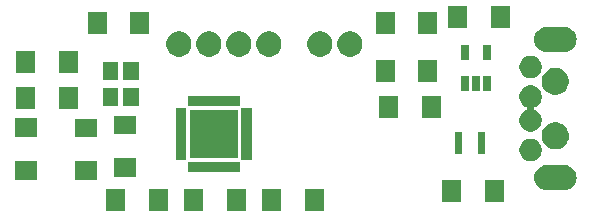
<source format=gts>
G04 #@! TF.GenerationSoftware,KiCad,Pcbnew,5.0.2+dfsg1-1*
G04 #@! TF.CreationDate,2019-08-04T21:32:12-04:00*
G04 #@! TF.ProjectId,rigidkey,72696769-646b-4657-992e-6b696361645f,V01*
G04 #@! TF.SameCoordinates,Original*
G04 #@! TF.FileFunction,Soldermask,Top*
G04 #@! TF.FilePolarity,Negative*
%FSLAX46Y46*%
G04 Gerber Fmt 4.6, Leading zero omitted, Abs format (unit mm)*
G04 Created by KiCad (PCBNEW 5.0.2+dfsg1-1) date Sun 04 Aug 2019 09:32:12 PM EDT*
%MOMM*%
%LPD*%
G01*
G04 APERTURE LIST*
%ADD10C,0.100000*%
G04 APERTURE END LIST*
D10*
G36*
X138700800Y-126172800D02*
X137099200Y-126172800D01*
X137099200Y-124271200D01*
X138700800Y-124271200D01*
X138700800Y-126172800D01*
X138700800Y-126172800D01*
G37*
G36*
X142300800Y-126172800D02*
X140699200Y-126172800D01*
X140699200Y-124271200D01*
X142300800Y-124271200D01*
X142300800Y-126172800D01*
X142300800Y-126172800D01*
G37*
G36*
X132096800Y-126172800D02*
X130495200Y-126172800D01*
X130495200Y-124271200D01*
X132096800Y-124271200D01*
X132096800Y-126172800D01*
X132096800Y-126172800D01*
G37*
G36*
X135696800Y-126172800D02*
X134095200Y-126172800D01*
X134095200Y-124271200D01*
X135696800Y-124271200D01*
X135696800Y-126172800D01*
X135696800Y-126172800D01*
G37*
G36*
X125492800Y-126172800D02*
X123891200Y-126172800D01*
X123891200Y-124271200D01*
X125492800Y-124271200D01*
X125492800Y-126172800D01*
X125492800Y-126172800D01*
G37*
G36*
X129092800Y-126172800D02*
X127491200Y-126172800D01*
X127491200Y-124271200D01*
X129092800Y-124271200D01*
X129092800Y-126172800D01*
X129092800Y-126172800D01*
G37*
G36*
X153940800Y-125410800D02*
X152339200Y-125410800D01*
X152339200Y-123509200D01*
X153940800Y-123509200D01*
X153940800Y-125410800D01*
X153940800Y-125410800D01*
G37*
G36*
X157540800Y-125410800D02*
X155939200Y-125410800D01*
X155939200Y-123509200D01*
X157540800Y-123509200D01*
X157540800Y-125410800D01*
X157540800Y-125410800D01*
G37*
G36*
X162880991Y-122289404D02*
X163079070Y-122349490D01*
X163176645Y-122401646D01*
X163261618Y-122447065D01*
X163261620Y-122447066D01*
X163261619Y-122447066D01*
X163421623Y-122578377D01*
X163552934Y-122738381D01*
X163650510Y-122920930D01*
X163710596Y-123119009D01*
X163730884Y-123325000D01*
X163710596Y-123530991D01*
X163650510Y-123729070D01*
X163598354Y-123826645D01*
X163552935Y-123911618D01*
X163421623Y-124071623D01*
X163261618Y-124202935D01*
X163176645Y-124248354D01*
X163079070Y-124300510D01*
X162880991Y-124360596D01*
X162726621Y-124375800D01*
X161123379Y-124375800D01*
X160969009Y-124360596D01*
X160770930Y-124300510D01*
X160673355Y-124248354D01*
X160588382Y-124202935D01*
X160428377Y-124071623D01*
X160297065Y-123911618D01*
X160251646Y-123826645D01*
X160199490Y-123729070D01*
X160139404Y-123530991D01*
X160119116Y-123325000D01*
X160139404Y-123119009D01*
X160199490Y-122920930D01*
X160297066Y-122738381D01*
X160428377Y-122578377D01*
X160588381Y-122447066D01*
X160588380Y-122447066D01*
X160588382Y-122447065D01*
X160673355Y-122401646D01*
X160770930Y-122349490D01*
X160969009Y-122289404D01*
X161123379Y-122274200D01*
X162726621Y-122274200D01*
X162880991Y-122289404D01*
X162880991Y-122289404D01*
G37*
G36*
X123124800Y-123526800D02*
X121223200Y-123526800D01*
X121223200Y-121925200D01*
X123124800Y-121925200D01*
X123124800Y-123526800D01*
X123124800Y-123526800D01*
G37*
G36*
X118044800Y-123504800D02*
X116143200Y-123504800D01*
X116143200Y-121903200D01*
X118044800Y-121903200D01*
X118044800Y-123504800D01*
X118044800Y-123504800D01*
G37*
G36*
X126426800Y-123272800D02*
X124525200Y-123272800D01*
X124525200Y-121671200D01*
X126426800Y-121671200D01*
X126426800Y-123272800D01*
X126426800Y-123272800D01*
G37*
G36*
X135196580Y-122835670D02*
X130792220Y-122835670D01*
X130792220Y-121984770D01*
X135196580Y-121984770D01*
X135196580Y-122835670D01*
X135196580Y-122835670D01*
G37*
G36*
X160102338Y-120060738D02*
X160275373Y-120132412D01*
X160431100Y-120236465D01*
X160563535Y-120368900D01*
X160667588Y-120524627D01*
X160739262Y-120697662D01*
X160775800Y-120881354D01*
X160775800Y-121068646D01*
X160739262Y-121252338D01*
X160667588Y-121425373D01*
X160563535Y-121581100D01*
X160431100Y-121713535D01*
X160275373Y-121817588D01*
X160102338Y-121889262D01*
X159918646Y-121925800D01*
X159731354Y-121925800D01*
X159547662Y-121889262D01*
X159374627Y-121817588D01*
X159218900Y-121713535D01*
X159086465Y-121581100D01*
X158982412Y-121425373D01*
X158910738Y-121252338D01*
X158874200Y-121068646D01*
X158874200Y-120881354D01*
X158910738Y-120697662D01*
X158982412Y-120524627D01*
X159086465Y-120368900D01*
X159218900Y-120236465D01*
X159374627Y-120132412D01*
X159547662Y-120060738D01*
X159731354Y-120024200D01*
X159918646Y-120024200D01*
X160102338Y-120060738D01*
X160102338Y-120060738D01*
G37*
G36*
X130643630Y-121836180D02*
X129792730Y-121836180D01*
X129792730Y-117431820D01*
X130643630Y-117431820D01*
X130643630Y-121836180D01*
X130643630Y-121836180D01*
G37*
G36*
X136196070Y-121836180D02*
X135345170Y-121836180D01*
X135345170Y-117431820D01*
X136196070Y-117431820D01*
X136196070Y-121836180D01*
X136196070Y-121836180D01*
G37*
G36*
X135039100Y-121678700D02*
X130949700Y-121678700D01*
X130949700Y-117589300D01*
X135039100Y-117589300D01*
X135039100Y-121678700D01*
X135039100Y-121678700D01*
G37*
G36*
X155936950Y-121296430D02*
X155334970Y-121296430D01*
X155334970Y-119495570D01*
X155936950Y-119495570D01*
X155936950Y-121296430D01*
X155936950Y-121296430D01*
G37*
G36*
X154037030Y-121296430D02*
X153435050Y-121296430D01*
X153435050Y-119495570D01*
X154037030Y-119495570D01*
X154037030Y-121296430D01*
X154037030Y-121296430D01*
G37*
G36*
X162260673Y-118668424D02*
X162260675Y-118668425D01*
X162260676Y-118668425D01*
X162470108Y-118755174D01*
X162470109Y-118755175D01*
X162658595Y-118881117D01*
X162818883Y-119041405D01*
X162818885Y-119041408D01*
X162944826Y-119229892D01*
X163025973Y-119425800D01*
X163031576Y-119439327D01*
X163075800Y-119661655D01*
X163075800Y-119888345D01*
X163041509Y-120060739D01*
X163031575Y-120110676D01*
X162944826Y-120320108D01*
X162912224Y-120368900D01*
X162818883Y-120508595D01*
X162658595Y-120668883D01*
X162658592Y-120668885D01*
X162470108Y-120794826D01*
X162260676Y-120881575D01*
X162260675Y-120881575D01*
X162260673Y-120881576D01*
X162038345Y-120925800D01*
X161811655Y-120925800D01*
X161589327Y-120881576D01*
X161589325Y-120881575D01*
X161589324Y-120881575D01*
X161379892Y-120794826D01*
X161191408Y-120668885D01*
X161191405Y-120668883D01*
X161031117Y-120508595D01*
X160937776Y-120368900D01*
X160905174Y-120320108D01*
X160818425Y-120110676D01*
X160808492Y-120060739D01*
X160774200Y-119888345D01*
X160774200Y-119661655D01*
X160818424Y-119439327D01*
X160824027Y-119425800D01*
X160905174Y-119229892D01*
X161031115Y-119041408D01*
X161031117Y-119041405D01*
X161191405Y-118881117D01*
X161379891Y-118755175D01*
X161379892Y-118755174D01*
X161589324Y-118668425D01*
X161589325Y-118668425D01*
X161589327Y-118668424D01*
X161811655Y-118624200D01*
X162038345Y-118624200D01*
X162260673Y-118668424D01*
X162260673Y-118668424D01*
G37*
G36*
X123124800Y-119926800D02*
X121223200Y-119926800D01*
X121223200Y-118325200D01*
X123124800Y-118325200D01*
X123124800Y-119926800D01*
X123124800Y-119926800D01*
G37*
G36*
X118044800Y-119904800D02*
X116143200Y-119904800D01*
X116143200Y-118303200D01*
X118044800Y-118303200D01*
X118044800Y-119904800D01*
X118044800Y-119904800D01*
G37*
G36*
X126426800Y-119672800D02*
X124525200Y-119672800D01*
X124525200Y-118071200D01*
X126426800Y-118071200D01*
X126426800Y-119672800D01*
X126426800Y-119672800D01*
G37*
G36*
X160102338Y-115560738D02*
X160275373Y-115632412D01*
X160431100Y-115736465D01*
X160563535Y-115868900D01*
X160667588Y-116024627D01*
X160739262Y-116197662D01*
X160775800Y-116381354D01*
X160775800Y-116568646D01*
X160739262Y-116752338D01*
X160667588Y-116925373D01*
X160563535Y-117081100D01*
X160431100Y-117213535D01*
X160275373Y-117317588D01*
X160174139Y-117359521D01*
X160152540Y-117371066D01*
X160133598Y-117386612D01*
X160118052Y-117405554D01*
X160106501Y-117427165D01*
X160099388Y-117450614D01*
X160096986Y-117475000D01*
X160099388Y-117499386D01*
X160106501Y-117522836D01*
X160118052Y-117544446D01*
X160133598Y-117563388D01*
X160152540Y-117578934D01*
X160174139Y-117590479D01*
X160275373Y-117632412D01*
X160431100Y-117736465D01*
X160563535Y-117868900D01*
X160667588Y-118024627D01*
X160739262Y-118197662D01*
X160775800Y-118381354D01*
X160775800Y-118568646D01*
X160739262Y-118752338D01*
X160667588Y-118925373D01*
X160563535Y-119081100D01*
X160431100Y-119213535D01*
X160275373Y-119317588D01*
X160102338Y-119389262D01*
X159918646Y-119425800D01*
X159731354Y-119425800D01*
X159547662Y-119389262D01*
X159374627Y-119317588D01*
X159218900Y-119213535D01*
X159086465Y-119081100D01*
X158982412Y-118925373D01*
X158910738Y-118752338D01*
X158874200Y-118568646D01*
X158874200Y-118381354D01*
X158910738Y-118197662D01*
X158982412Y-118024627D01*
X159086465Y-117868900D01*
X159218900Y-117736465D01*
X159374627Y-117632412D01*
X159475861Y-117590479D01*
X159497460Y-117578934D01*
X159516402Y-117563388D01*
X159531948Y-117544446D01*
X159543499Y-117522835D01*
X159550612Y-117499386D01*
X159553014Y-117475000D01*
X159550612Y-117450614D01*
X159543499Y-117427164D01*
X159531948Y-117405554D01*
X159516402Y-117386612D01*
X159497460Y-117371066D01*
X159475861Y-117359521D01*
X159374627Y-117317588D01*
X159218900Y-117213535D01*
X159086465Y-117081100D01*
X158982412Y-116925373D01*
X158910738Y-116752338D01*
X158874200Y-116568646D01*
X158874200Y-116381354D01*
X158910738Y-116197662D01*
X158982412Y-116024627D01*
X159086465Y-115868900D01*
X159218900Y-115736465D01*
X159374627Y-115632412D01*
X159547662Y-115560738D01*
X159731354Y-115524200D01*
X159918646Y-115524200D01*
X160102338Y-115560738D01*
X160102338Y-115560738D01*
G37*
G36*
X148606800Y-118298800D02*
X147005200Y-118298800D01*
X147005200Y-116397200D01*
X148606800Y-116397200D01*
X148606800Y-118298800D01*
X148606800Y-118298800D01*
G37*
G36*
X152206800Y-118298800D02*
X150605200Y-118298800D01*
X150605200Y-116397200D01*
X152206800Y-116397200D01*
X152206800Y-118298800D01*
X152206800Y-118298800D01*
G37*
G36*
X121472800Y-117536800D02*
X119871200Y-117536800D01*
X119871200Y-115635200D01*
X121472800Y-115635200D01*
X121472800Y-117536800D01*
X121472800Y-117536800D01*
G37*
G36*
X117872800Y-117536800D02*
X116271200Y-117536800D01*
X116271200Y-115635200D01*
X117872800Y-115635200D01*
X117872800Y-117536800D01*
X117872800Y-117536800D01*
G37*
G36*
X135196580Y-117283230D02*
X130792220Y-117283230D01*
X130792220Y-116432330D01*
X135196580Y-116432330D01*
X135196580Y-117283230D01*
X135196580Y-117283230D01*
G37*
G36*
X126631085Y-117224068D02*
X125335685Y-117224068D01*
X125335685Y-115725468D01*
X126631085Y-115725468D01*
X126631085Y-117224068D01*
X126631085Y-117224068D01*
G37*
G36*
X124929285Y-117224068D02*
X123633885Y-117224068D01*
X123633885Y-115725468D01*
X124929285Y-115725468D01*
X124929285Y-117224068D01*
X124929285Y-117224068D01*
G37*
G36*
X162260673Y-114068424D02*
X162260675Y-114068425D01*
X162260676Y-114068425D01*
X162470108Y-114155174D01*
X162470109Y-114155175D01*
X162658595Y-114281117D01*
X162818883Y-114441405D01*
X162818885Y-114441408D01*
X162944826Y-114629892D01*
X163031575Y-114839324D01*
X163031576Y-114839327D01*
X163068395Y-115024428D01*
X163075800Y-115061656D01*
X163075800Y-115288344D01*
X163031575Y-115510676D01*
X162944826Y-115720108D01*
X162845408Y-115868898D01*
X162818883Y-115908595D01*
X162658595Y-116068883D01*
X162658592Y-116068885D01*
X162470108Y-116194826D01*
X162260676Y-116281575D01*
X162260675Y-116281575D01*
X162260673Y-116281576D01*
X162038345Y-116325800D01*
X161811655Y-116325800D01*
X161589327Y-116281576D01*
X161589325Y-116281575D01*
X161589324Y-116281575D01*
X161379892Y-116194826D01*
X161191408Y-116068885D01*
X161191405Y-116068883D01*
X161031117Y-115908595D01*
X161004592Y-115868898D01*
X160905174Y-115720108D01*
X160818425Y-115510676D01*
X160774200Y-115288344D01*
X160774200Y-115061656D01*
X160781605Y-115024428D01*
X160818424Y-114839327D01*
X160818425Y-114839324D01*
X160905174Y-114629892D01*
X161031115Y-114441408D01*
X161031117Y-114441405D01*
X161191405Y-114281117D01*
X161379891Y-114155175D01*
X161379892Y-114155174D01*
X161589324Y-114068425D01*
X161589325Y-114068425D01*
X161589327Y-114068424D01*
X161811655Y-114024200D01*
X162038345Y-114024200D01*
X162260673Y-114068424D01*
X162260673Y-114068424D01*
G37*
G36*
X154569160Y-115994180D02*
X153918920Y-115994180D01*
X153918920Y-114693700D01*
X154569160Y-114693700D01*
X154569160Y-115994180D01*
X154569160Y-115994180D01*
G37*
G36*
X155519120Y-115994180D02*
X154868880Y-115994180D01*
X154868880Y-114693700D01*
X155519120Y-114693700D01*
X155519120Y-115994180D01*
X155519120Y-115994180D01*
G37*
G36*
X156469080Y-115994180D02*
X155818840Y-115994180D01*
X155818840Y-114693700D01*
X156469080Y-114693700D01*
X156469080Y-115994180D01*
X156469080Y-115994180D01*
G37*
G36*
X151930800Y-115250800D02*
X150329200Y-115250800D01*
X150329200Y-113349200D01*
X151930800Y-113349200D01*
X151930800Y-115250800D01*
X151930800Y-115250800D01*
G37*
G36*
X148330800Y-115250800D02*
X146729200Y-115250800D01*
X146729200Y-113349200D01*
X148330800Y-113349200D01*
X148330800Y-115250800D01*
X148330800Y-115250800D01*
G37*
G36*
X126631085Y-115024428D02*
X125335685Y-115024428D01*
X125335685Y-113525828D01*
X126631085Y-113525828D01*
X126631085Y-115024428D01*
X126631085Y-115024428D01*
G37*
G36*
X124929285Y-115024428D02*
X123633885Y-115024428D01*
X123633885Y-113525828D01*
X124929285Y-113525828D01*
X124929285Y-115024428D01*
X124929285Y-115024428D01*
G37*
G36*
X160102338Y-113060738D02*
X160275373Y-113132412D01*
X160431100Y-113236465D01*
X160563535Y-113368900D01*
X160667588Y-113524627D01*
X160739262Y-113697662D01*
X160775800Y-113881354D01*
X160775800Y-114068646D01*
X160739262Y-114252338D01*
X160667588Y-114425373D01*
X160563535Y-114581100D01*
X160431100Y-114713535D01*
X160275373Y-114817588D01*
X160102338Y-114889262D01*
X159918646Y-114925800D01*
X159731354Y-114925800D01*
X159547662Y-114889262D01*
X159374627Y-114817588D01*
X159218900Y-114713535D01*
X159086465Y-114581100D01*
X158982412Y-114425373D01*
X158910738Y-114252338D01*
X158874200Y-114068646D01*
X158874200Y-113881354D01*
X158910738Y-113697662D01*
X158982412Y-113524627D01*
X159086465Y-113368900D01*
X159218900Y-113236465D01*
X159374627Y-113132412D01*
X159547662Y-113060738D01*
X159731354Y-113024200D01*
X159918646Y-113024200D01*
X160102338Y-113060738D01*
X160102338Y-113060738D01*
G37*
G36*
X121472800Y-114488800D02*
X119871200Y-114488800D01*
X119871200Y-112587200D01*
X121472800Y-112587200D01*
X121472800Y-114488800D01*
X121472800Y-114488800D01*
G37*
G36*
X117872800Y-114488800D02*
X116271200Y-114488800D01*
X116271200Y-112587200D01*
X117872800Y-112587200D01*
X117872800Y-114488800D01*
X117872800Y-114488800D01*
G37*
G36*
X156469080Y-113398300D02*
X155818840Y-113398300D01*
X155818840Y-112097820D01*
X156469080Y-112097820D01*
X156469080Y-113398300D01*
X156469080Y-113398300D01*
G37*
G36*
X154569120Y-113396240D02*
X153918880Y-113396240D01*
X153918880Y-112095760D01*
X154569120Y-112095760D01*
X154569120Y-113396240D01*
X154569120Y-113396240D01*
G37*
G36*
X132897424Y-110993965D02*
X133090476Y-111073930D01*
X133264224Y-111190025D01*
X133411975Y-111337776D01*
X133528070Y-111511524D01*
X133608035Y-111704576D01*
X133648800Y-111909519D01*
X133648800Y-112118481D01*
X133608035Y-112323424D01*
X133528070Y-112516476D01*
X133411975Y-112690224D01*
X133264224Y-112837975D01*
X133090476Y-112954070D01*
X132897424Y-113034035D01*
X132692481Y-113074800D01*
X132483519Y-113074800D01*
X132278576Y-113034035D01*
X132085524Y-112954070D01*
X131911776Y-112837975D01*
X131764025Y-112690224D01*
X131647930Y-112516476D01*
X131567965Y-112323424D01*
X131527200Y-112118481D01*
X131527200Y-111909519D01*
X131567965Y-111704576D01*
X131647930Y-111511524D01*
X131764025Y-111337776D01*
X131911776Y-111190025D01*
X132085524Y-111073930D01*
X132278576Y-110993965D01*
X132483519Y-110953200D01*
X132692481Y-110953200D01*
X132897424Y-110993965D01*
X132897424Y-110993965D01*
G37*
G36*
X130357424Y-110993965D02*
X130550476Y-111073930D01*
X130724224Y-111190025D01*
X130871975Y-111337776D01*
X130988070Y-111511524D01*
X131068035Y-111704576D01*
X131108800Y-111909519D01*
X131108800Y-112118481D01*
X131068035Y-112323424D01*
X130988070Y-112516476D01*
X130871975Y-112690224D01*
X130724224Y-112837975D01*
X130550476Y-112954070D01*
X130357424Y-113034035D01*
X130152481Y-113074800D01*
X129943519Y-113074800D01*
X129738576Y-113034035D01*
X129545524Y-112954070D01*
X129371776Y-112837975D01*
X129224025Y-112690224D01*
X129107930Y-112516476D01*
X129027965Y-112323424D01*
X128987200Y-112118481D01*
X128987200Y-111909519D01*
X129027965Y-111704576D01*
X129107930Y-111511524D01*
X129224025Y-111337776D01*
X129371776Y-111190025D01*
X129545524Y-111073930D01*
X129738576Y-110993965D01*
X129943519Y-110953200D01*
X130152481Y-110953200D01*
X130357424Y-110993965D01*
X130357424Y-110993965D01*
G37*
G36*
X144835424Y-110993965D02*
X145028476Y-111073930D01*
X145202224Y-111190025D01*
X145349975Y-111337776D01*
X145466070Y-111511524D01*
X145546035Y-111704576D01*
X145586800Y-111909519D01*
X145586800Y-112118481D01*
X145546035Y-112323424D01*
X145466070Y-112516476D01*
X145349975Y-112690224D01*
X145202224Y-112837975D01*
X145028476Y-112954070D01*
X144835424Y-113034035D01*
X144630481Y-113074800D01*
X144421519Y-113074800D01*
X144216576Y-113034035D01*
X144023524Y-112954070D01*
X143849776Y-112837975D01*
X143702025Y-112690224D01*
X143585930Y-112516476D01*
X143505965Y-112323424D01*
X143465200Y-112118481D01*
X143465200Y-111909519D01*
X143505965Y-111704576D01*
X143585930Y-111511524D01*
X143702025Y-111337776D01*
X143849776Y-111190025D01*
X144023524Y-111073930D01*
X144216576Y-110993965D01*
X144421519Y-110953200D01*
X144630481Y-110953200D01*
X144835424Y-110993965D01*
X144835424Y-110993965D01*
G37*
G36*
X135437424Y-110993965D02*
X135630476Y-111073930D01*
X135804224Y-111190025D01*
X135951975Y-111337776D01*
X136068070Y-111511524D01*
X136148035Y-111704576D01*
X136188800Y-111909519D01*
X136188800Y-112118481D01*
X136148035Y-112323424D01*
X136068070Y-112516476D01*
X135951975Y-112690224D01*
X135804224Y-112837975D01*
X135630476Y-112954070D01*
X135437424Y-113034035D01*
X135232481Y-113074800D01*
X135023519Y-113074800D01*
X134818576Y-113034035D01*
X134625524Y-112954070D01*
X134451776Y-112837975D01*
X134304025Y-112690224D01*
X134187930Y-112516476D01*
X134107965Y-112323424D01*
X134067200Y-112118481D01*
X134067200Y-111909519D01*
X134107965Y-111704576D01*
X134187930Y-111511524D01*
X134304025Y-111337776D01*
X134451776Y-111190025D01*
X134625524Y-111073930D01*
X134818576Y-110993965D01*
X135023519Y-110953200D01*
X135232481Y-110953200D01*
X135437424Y-110993965D01*
X135437424Y-110993965D01*
G37*
G36*
X142295424Y-110993965D02*
X142488476Y-111073930D01*
X142662224Y-111190025D01*
X142809975Y-111337776D01*
X142926070Y-111511524D01*
X143006035Y-111704576D01*
X143046800Y-111909519D01*
X143046800Y-112118481D01*
X143006035Y-112323424D01*
X142926070Y-112516476D01*
X142809975Y-112690224D01*
X142662224Y-112837975D01*
X142488476Y-112954070D01*
X142295424Y-113034035D01*
X142090481Y-113074800D01*
X141881519Y-113074800D01*
X141676576Y-113034035D01*
X141483524Y-112954070D01*
X141309776Y-112837975D01*
X141162025Y-112690224D01*
X141045930Y-112516476D01*
X140965965Y-112323424D01*
X140925200Y-112118481D01*
X140925200Y-111909519D01*
X140965965Y-111704576D01*
X141045930Y-111511524D01*
X141162025Y-111337776D01*
X141309776Y-111190025D01*
X141483524Y-111073930D01*
X141676576Y-110993965D01*
X141881519Y-110953200D01*
X142090481Y-110953200D01*
X142295424Y-110993965D01*
X142295424Y-110993965D01*
G37*
G36*
X137977424Y-110993965D02*
X138170476Y-111073930D01*
X138344224Y-111190025D01*
X138491975Y-111337776D01*
X138608070Y-111511524D01*
X138688035Y-111704576D01*
X138728800Y-111909519D01*
X138728800Y-112118481D01*
X138688035Y-112323424D01*
X138608070Y-112516476D01*
X138491975Y-112690224D01*
X138344224Y-112837975D01*
X138170476Y-112954070D01*
X137977424Y-113034035D01*
X137772481Y-113074800D01*
X137563519Y-113074800D01*
X137358576Y-113034035D01*
X137165524Y-112954070D01*
X136991776Y-112837975D01*
X136844025Y-112690224D01*
X136727930Y-112516476D01*
X136647965Y-112323424D01*
X136607200Y-112118481D01*
X136607200Y-111909519D01*
X136647965Y-111704576D01*
X136727930Y-111511524D01*
X136844025Y-111337776D01*
X136991776Y-111190025D01*
X137165524Y-111073930D01*
X137358576Y-110993965D01*
X137563519Y-110953200D01*
X137772481Y-110953200D01*
X137977424Y-110993965D01*
X137977424Y-110993965D01*
G37*
G36*
X162880991Y-110589404D02*
X163079070Y-110649490D01*
X163133904Y-110678800D01*
X163261618Y-110747065D01*
X163261620Y-110747066D01*
X163261619Y-110747066D01*
X163421623Y-110878377D01*
X163552934Y-111038381D01*
X163650510Y-111220930D01*
X163710596Y-111419009D01*
X163730884Y-111625000D01*
X163710596Y-111830991D01*
X163650510Y-112029070D01*
X163614863Y-112095760D01*
X163552935Y-112211618D01*
X163421623Y-112371623D01*
X163261618Y-112502935D01*
X163176645Y-112548354D01*
X163079070Y-112600510D01*
X162880991Y-112660596D01*
X162726621Y-112675800D01*
X161123379Y-112675800D01*
X160969009Y-112660596D01*
X160770930Y-112600510D01*
X160673355Y-112548354D01*
X160588382Y-112502935D01*
X160428377Y-112371623D01*
X160297065Y-112211618D01*
X160235137Y-112095760D01*
X160199490Y-112029070D01*
X160139404Y-111830991D01*
X160119116Y-111625000D01*
X160139404Y-111419009D01*
X160199490Y-111220930D01*
X160297066Y-111038381D01*
X160428377Y-110878377D01*
X160588381Y-110747066D01*
X160588380Y-110747066D01*
X160588382Y-110747065D01*
X160716096Y-110678800D01*
X160770930Y-110649490D01*
X160969009Y-110589404D01*
X161123379Y-110574200D01*
X162726621Y-110574200D01*
X162880991Y-110589404D01*
X162880991Y-110589404D01*
G37*
G36*
X151930800Y-111186800D02*
X150329200Y-111186800D01*
X150329200Y-109285200D01*
X151930800Y-109285200D01*
X151930800Y-111186800D01*
X151930800Y-111186800D01*
G37*
G36*
X148330800Y-111186800D02*
X146729200Y-111186800D01*
X146729200Y-109285200D01*
X148330800Y-109285200D01*
X148330800Y-111186800D01*
X148330800Y-111186800D01*
G37*
G36*
X127546800Y-111186800D02*
X125945200Y-111186800D01*
X125945200Y-109285200D01*
X127546800Y-109285200D01*
X127546800Y-111186800D01*
X127546800Y-111186800D01*
G37*
G36*
X123946800Y-111186800D02*
X122345200Y-111186800D01*
X122345200Y-109285200D01*
X123946800Y-109285200D01*
X123946800Y-111186800D01*
X123946800Y-111186800D01*
G37*
G36*
X158048800Y-110678800D02*
X156447200Y-110678800D01*
X156447200Y-108777200D01*
X158048800Y-108777200D01*
X158048800Y-110678800D01*
X158048800Y-110678800D01*
G37*
G36*
X154448800Y-110678800D02*
X152847200Y-110678800D01*
X152847200Y-108777200D01*
X154448800Y-108777200D01*
X154448800Y-110678800D01*
X154448800Y-110678800D01*
G37*
M02*

</source>
